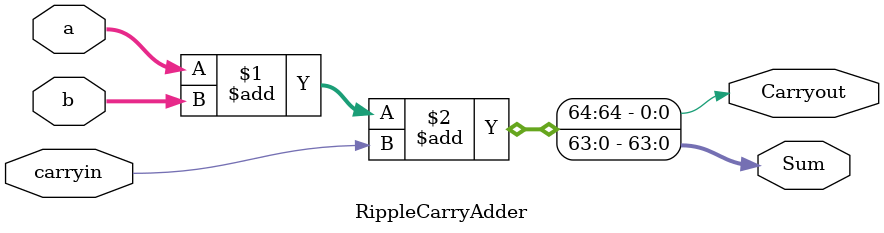
<source format=v>
module RippleCarryAdder(a, b, carryin, Sum, Carryout);
	
	parameter N = 64; // Default parameter of module
	
	//Inputs and Outputs
	input [N-1:0]a, b; // operands
	input carryin;     // should be 1 if performing subtraction (2's complement)
	output [N-1:0]Sum;
	output Carryout;
	
	assign {Carryout, Sum} = a + b + carryin;


endmodule

</source>
